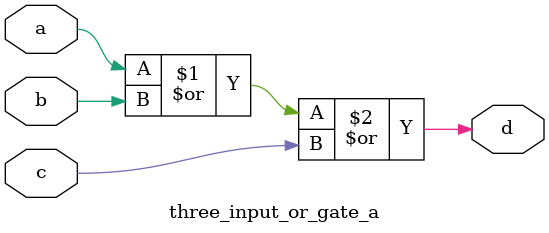
<source format=v>
`timescale 1ns / 1ps

module three_input_or_gate_a(
    input a,
    input b,
    input c,
output d
    );

assign d = a | b | c;

endmodule
</source>
